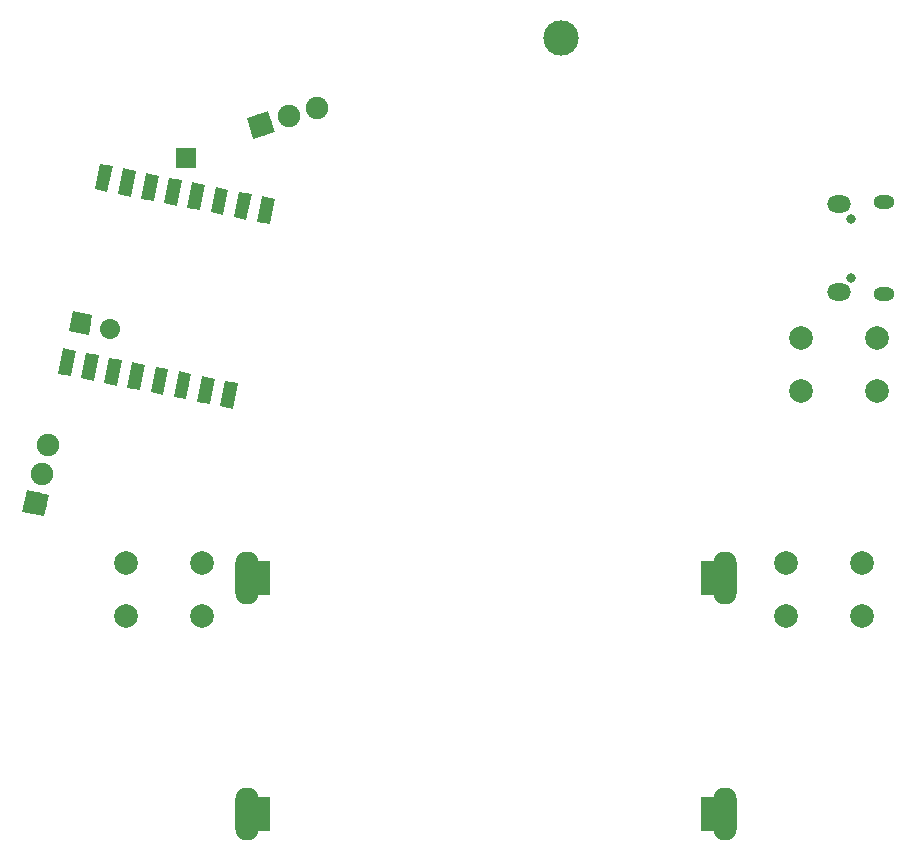
<source format=gbr>
G04 #@! TF.GenerationSoftware,KiCad,Pcbnew,(5.0.0-3-g5ebb6b6)*
G04 #@! TF.CreationDate,2019-03-29T08:56:02+01:00*
G04 #@! TF.ProjectId,Securityfest_2019_badge_beta,5365637572697479666573745F323031,rev?*
G04 #@! TF.SameCoordinates,Original*
G04 #@! TF.FileFunction,Soldermask,Bot*
G04 #@! TF.FilePolarity,Negative*
%FSLAX46Y46*%
G04 Gerber Fmt 4.6, Leading zero omitted, Abs format (unit mm)*
G04 Created by KiCad (PCBNEW (5.0.0-3-g5ebb6b6)) date 2019 March 29, Friday 08:56:02*
%MOMM*%
%LPD*%
G01*
G04 APERTURE LIST*
%ADD10C,1.100000*%
%ADD11C,0.100000*%
%ADD12C,2.000000*%
%ADD13R,1.700000X1.700000*%
%ADD14C,1.700000*%
%ADD15C,1.700000*%
%ADD16O,0.800000X0.800000*%
%ADD17O,1.800000X1.150000*%
%ADD18O,2.000000X1.450000*%
%ADD19C,1.900000*%
%ADD20C,1.500000*%
%ADD21R,1.500000X3.000000*%
%ADD22O,2.000000X4.500000*%
%ADD23C,3.000000*%
G04 APERTURE END LIST*
D10*
G04 #@! TO.C,U4*
X120047580Y-56278496D03*
D11*
G36*
X119723783Y-55092049D02*
X120802459Y-55307590D01*
X120371377Y-57464943D01*
X119292701Y-57249402D01*
X119723783Y-55092049D01*
X119723783Y-55092049D01*
G37*
D10*
X122008809Y-56670388D03*
D11*
G36*
X121685012Y-55483941D02*
X122763688Y-55699482D01*
X122332606Y-57856835D01*
X121253930Y-57641294D01*
X121685012Y-55483941D01*
X121685012Y-55483941D01*
G37*
D10*
X123970039Y-57062280D03*
D11*
G36*
X123646242Y-55875833D02*
X124724918Y-56091374D01*
X124293836Y-58248727D01*
X123215160Y-58033186D01*
X123646242Y-55875833D01*
X123646242Y-55875833D01*
G37*
D10*
X125931268Y-57454173D03*
D11*
G36*
X125607471Y-56267726D02*
X126686147Y-56483267D01*
X126255065Y-58640620D01*
X125176389Y-58425079D01*
X125607471Y-56267726D01*
X125607471Y-56267726D01*
G37*
D10*
X127892497Y-57846065D03*
D11*
G36*
X127568700Y-56659618D02*
X128647376Y-56875159D01*
X128216294Y-59032512D01*
X127137618Y-58816971D01*
X127568700Y-56659618D01*
X127568700Y-56659618D01*
G37*
D10*
X129853727Y-58237957D03*
D11*
G36*
X129529930Y-57051510D02*
X130608606Y-57267051D01*
X130177524Y-59424404D01*
X129098848Y-59208863D01*
X129529930Y-57051510D01*
X129529930Y-57051510D01*
G37*
D10*
X131814956Y-58629850D03*
D11*
G36*
X131491159Y-57443403D02*
X132569835Y-57658944D01*
X132138753Y-59816297D01*
X131060077Y-59600756D01*
X131491159Y-57443403D01*
X131491159Y-57443403D01*
G37*
D10*
X133776185Y-59021742D03*
D11*
G36*
X133452388Y-57835295D02*
X134531064Y-58050836D01*
X134099982Y-60208189D01*
X133021306Y-59992648D01*
X133452388Y-57835295D01*
X133452388Y-57835295D01*
G37*
D10*
X130656723Y-74633127D03*
D11*
G36*
X130332926Y-73446680D02*
X131411602Y-73662221D01*
X130980520Y-75819574D01*
X129901844Y-75604033D01*
X130332926Y-73446680D01*
X130332926Y-73446680D01*
G37*
D10*
X128695493Y-74241235D03*
D11*
G36*
X128371696Y-73054788D02*
X129450372Y-73270329D01*
X129019290Y-75427682D01*
X127940614Y-75212141D01*
X128371696Y-73054788D01*
X128371696Y-73054788D01*
G37*
D10*
X126734264Y-73849343D03*
D11*
G36*
X126410467Y-72662896D02*
X127489143Y-72878437D01*
X127058061Y-75035790D01*
X125979385Y-74820249D01*
X126410467Y-72662896D01*
X126410467Y-72662896D01*
G37*
D10*
X124773035Y-73457450D03*
D11*
G36*
X124449238Y-72271003D02*
X125527914Y-72486544D01*
X125096832Y-74643897D01*
X124018156Y-74428356D01*
X124449238Y-72271003D01*
X124449238Y-72271003D01*
G37*
D10*
X122811805Y-73065558D03*
D11*
G36*
X122488008Y-71879111D02*
X123566684Y-72094652D01*
X123135602Y-74252005D01*
X122056926Y-74036464D01*
X122488008Y-71879111D01*
X122488008Y-71879111D01*
G37*
D10*
X120850576Y-72673666D03*
D11*
G36*
X120526779Y-71487219D02*
X121605455Y-71702760D01*
X121174373Y-73860113D01*
X120095697Y-73644572D01*
X120526779Y-71487219D01*
X120526779Y-71487219D01*
G37*
D10*
X118889347Y-72281772D03*
D11*
G36*
X118565550Y-71095325D02*
X119644226Y-71310866D01*
X119213144Y-73468219D01*
X118134468Y-73252678D01*
X118565550Y-71095325D01*
X118565550Y-71095325D01*
G37*
D10*
X116928117Y-71889881D03*
D11*
G36*
X116604320Y-70703434D02*
X117682996Y-70918975D01*
X117251914Y-73076328D01*
X116173238Y-72860787D01*
X116604320Y-70703434D01*
X116604320Y-70703434D01*
G37*
G04 #@! TD*
D12*
G04 #@! TO.C,SW3*
X185570000Y-69850000D03*
X185570000Y-74350000D03*
X179070000Y-69850000D03*
X179070000Y-74350000D03*
G04 #@! TD*
D13*
G04 #@! TO.C,GPIO16*
X127000000Y-54610000D03*
G04 #@! TD*
D14*
G04 #@! TO.C,TX/RX*
X118110000Y-68580000D03*
D11*
G36*
X117113429Y-69252195D02*
X117437805Y-67583429D01*
X119106571Y-67907805D01*
X118782195Y-69576571D01*
X117113429Y-69252195D01*
X117113429Y-69252195D01*
G37*
D14*
X120603333Y-69064655D03*
D15*
X120603333Y-69064655D02*
X120603333Y-69064655D01*
G04 #@! TD*
D16*
G04 #@! TO.C,J1*
X183350000Y-59730000D03*
X183350000Y-64730000D03*
D17*
X186100000Y-58355000D03*
X186100000Y-66105000D03*
D18*
X182300000Y-58505000D03*
X182300000Y-65955000D03*
G04 #@! TD*
D19*
G04 #@! TO.C,S1*
X133350000Y-51800000D03*
D11*
G36*
X132719264Y-52986243D02*
X132163757Y-51169264D01*
X133980736Y-50613757D01*
X134536243Y-52430736D01*
X132719264Y-52986243D01*
X132719264Y-52986243D01*
G37*
D19*
X135740762Y-51069071D03*
X138131524Y-50338141D03*
G04 #@! TD*
G04 #@! TO.C,S2*
X115339558Y-78929262D03*
X114819779Y-81374631D03*
X114300000Y-83820000D03*
D11*
G36*
X115031724Y-84946756D02*
X113173244Y-84551724D01*
X113568276Y-82693244D01*
X115426756Y-83088276D01*
X115031724Y-84946756D01*
X115031724Y-84946756D01*
G37*
G04 #@! TD*
D12*
G04 #@! TO.C,SW1*
X128420000Y-88900000D03*
X128420000Y-93400000D03*
X121920000Y-88900000D03*
X121920000Y-93400000D03*
G04 #@! TD*
G04 #@! TO.C,SW2*
X177800000Y-93400000D03*
X177800000Y-88900000D03*
X184300000Y-93400000D03*
X184300000Y-88900000D03*
G04 #@! TD*
D20*
G04 #@! TO.C,U3*
X172650000Y-110630000D03*
X172650000Y-109380000D03*
X132150000Y-110880000D03*
X132150000Y-109630000D03*
X132150000Y-111380000D03*
X132150000Y-108880000D03*
X132150000Y-91380000D03*
X132150000Y-90880000D03*
X132150000Y-88880000D03*
X132150000Y-89380000D03*
X172650000Y-111380000D03*
X172650000Y-108880000D03*
X172650000Y-90630000D03*
D21*
X171400000Y-90130000D03*
X171400000Y-110130000D03*
X133400000Y-110130000D03*
X133400000Y-90130000D03*
D22*
X172650000Y-110130000D03*
X132150000Y-110130000D03*
X172650000Y-90130000D03*
X132150000Y-90130000D03*
D20*
X172650000Y-88880000D03*
X172650000Y-91380000D03*
X172650000Y-89380000D03*
G04 #@! TD*
D23*
G04 #@! TO.C,REF\002A\002A*
X158750000Y-44450000D03*
G04 #@! TD*
M02*

</source>
